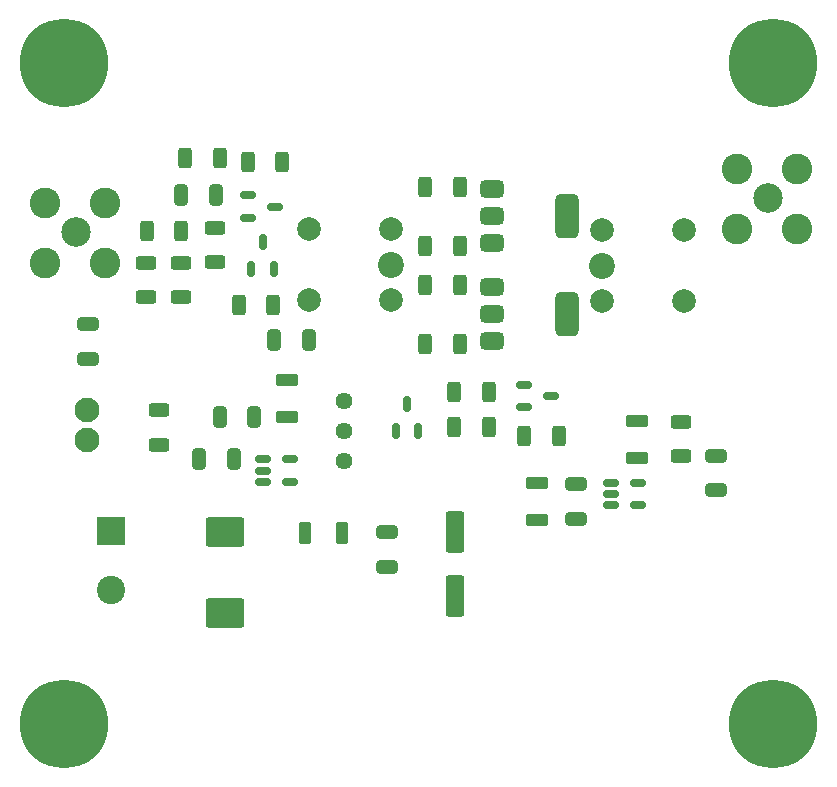
<source format=gbr>
G04 #@! TF.GenerationSoftware,KiCad,Pcbnew,8.0.8*
G04 #@! TF.CreationDate,2025-01-19T17:42:09-05:00*
G04 #@! TF.ProjectId,t41_2_low_power_amplifier,7434315f-325f-46c6-9f77-5f706f776572,rev?*
G04 #@! TF.SameCoordinates,Original*
G04 #@! TF.FileFunction,Soldermask,Top*
G04 #@! TF.FilePolarity,Negative*
%FSLAX46Y46*%
G04 Gerber Fmt 4.6, Leading zero omitted, Abs format (unit mm)*
G04 Created by KiCad (PCBNEW 8.0.8) date 2025-01-19 17:42:09*
%MOMM*%
%LPD*%
G01*
G04 APERTURE LIST*
G04 Aperture macros list*
%AMRoundRect*
0 Rectangle with rounded corners*
0 $1 Rounding radius*
0 $2 $3 $4 $5 $6 $7 $8 $9 X,Y pos of 4 corners*
0 Add a 4 corners polygon primitive as box body*
4,1,4,$2,$3,$4,$5,$6,$7,$8,$9,$2,$3,0*
0 Add four circle primitives for the rounded corners*
1,1,$1+$1,$2,$3*
1,1,$1+$1,$4,$5*
1,1,$1+$1,$6,$7*
1,1,$1+$1,$8,$9*
0 Add four rect primitives between the rounded corners*
20,1,$1+$1,$2,$3,$4,$5,0*
20,1,$1+$1,$4,$5,$6,$7,0*
20,1,$1+$1,$6,$7,$8,$9,0*
20,1,$1+$1,$8,$9,$2,$3,0*%
G04 Aperture macros list end*
%ADD10C,2.000000*%
%ADD11C,2.200000*%
%ADD12RoundRect,0.250000X-0.275000X-0.700000X0.275000X-0.700000X0.275000X0.700000X-0.275000X0.700000X0*%
%ADD13RoundRect,0.250000X0.325000X0.650000X-0.325000X0.650000X-0.325000X-0.650000X0.325000X-0.650000X0*%
%ADD14RoundRect,0.250000X-0.550000X1.500000X-0.550000X-1.500000X0.550000X-1.500000X0.550000X1.500000X0*%
%ADD15RoundRect,0.250000X0.700000X-0.275000X0.700000X0.275000X-0.700000X0.275000X-0.700000X-0.275000X0*%
%ADD16RoundRect,0.250000X-0.625000X0.312500X-0.625000X-0.312500X0.625000X-0.312500X0.625000X0.312500X0*%
%ADD17RoundRect,0.250000X-0.312500X-0.625000X0.312500X-0.625000X0.312500X0.625000X-0.312500X0.625000X0*%
%ADD18RoundRect,0.250000X-1.400000X-1.000000X1.400000X-1.000000X1.400000X1.000000X-1.400000X1.000000X0*%
%ADD19RoundRect,0.250000X0.625000X-0.312500X0.625000X0.312500X-0.625000X0.312500X-0.625000X-0.312500X0*%
%ADD20C,7.500000*%
%ADD21RoundRect,0.150000X-0.512500X-0.150000X0.512500X-0.150000X0.512500X0.150000X-0.512500X0.150000X0*%
%ADD22RoundRect,0.250000X0.312500X0.625000X-0.312500X0.625000X-0.312500X-0.625000X0.312500X-0.625000X0*%
%ADD23C,1.440000*%
%ADD24RoundRect,0.150000X0.150000X-0.512500X0.150000X0.512500X-0.150000X0.512500X-0.150000X-0.512500X0*%
%ADD25RoundRect,0.250000X-0.650000X0.325000X-0.650000X-0.325000X0.650000X-0.325000X0.650000X0.325000X0*%
%ADD26C,2.600000*%
%ADD27C,2.500000*%
%ADD28RoundRect,0.375000X-0.625000X-0.375000X0.625000X-0.375000X0.625000X0.375000X-0.625000X0.375000X0*%
%ADD29RoundRect,0.500000X-0.500000X-1.400000X0.500000X-1.400000X0.500000X1.400000X-0.500000X1.400000X0*%
%ADD30R,2.400000X2.400000*%
%ADD31C,2.400000*%
%ADD32C,2.100000*%
G04 APERTURE END LIST*
D10*
X157500000Y-75200000D03*
X157500000Y-69200000D03*
X150500000Y-69200000D03*
D11*
X150500000Y-72200000D03*
D10*
X150500000Y-75200000D03*
X125700000Y-69100000D03*
X125700000Y-75100000D03*
X132700000Y-75100000D03*
D11*
X132700000Y-72100000D03*
D10*
X132700000Y-69100000D03*
D12*
X125350000Y-94800000D03*
X128500000Y-94800000D03*
D13*
X119400000Y-88600000D03*
X116450000Y-88600000D03*
D14*
X138100000Y-94786252D03*
X138100000Y-100186252D03*
D13*
X121100000Y-85000000D03*
X118150000Y-85000000D03*
D15*
X153500000Y-88500000D03*
X153500000Y-85350000D03*
D16*
X113000000Y-84425000D03*
X113000000Y-87350000D03*
D17*
X119787500Y-75550000D03*
X122712500Y-75550000D03*
D18*
X118640000Y-94786252D03*
X118640000Y-101586252D03*
D15*
X145000000Y-93750000D03*
X145000000Y-90600000D03*
D17*
X135575000Y-65500000D03*
X138500000Y-65500000D03*
D16*
X157200000Y-85400000D03*
X157200000Y-88325000D03*
D17*
X138025000Y-82900000D03*
X140950000Y-82900000D03*
D19*
X117800000Y-71925000D03*
X117800000Y-69000000D03*
D17*
X135562500Y-73800000D03*
X138487500Y-73800000D03*
D13*
X125700000Y-78450000D03*
X122750000Y-78450000D03*
D15*
X123900000Y-85050000D03*
X123900000Y-81900000D03*
D20*
X165000000Y-55000000D03*
D21*
X120575000Y-66250000D03*
X120575000Y-68150000D03*
X122850000Y-67200000D03*
D22*
X140962500Y-85850000D03*
X138037500Y-85850000D03*
D13*
X117875000Y-66250000D03*
X114925000Y-66250000D03*
D17*
X115250000Y-63050000D03*
X118175000Y-63050000D03*
D23*
X128700000Y-83650000D03*
X128700000Y-86190000D03*
X128700000Y-88730000D03*
D19*
X114900000Y-74875000D03*
X114900000Y-71950000D03*
D24*
X133050000Y-86175000D03*
X134950000Y-86175000D03*
X134000000Y-83900000D03*
D25*
X107000000Y-77150000D03*
X107000000Y-80100000D03*
D20*
X105000000Y-55000000D03*
X165000000Y-111000000D03*
D25*
X160200000Y-88275000D03*
X160200000Y-91225000D03*
D26*
X161920000Y-64000000D03*
X161920000Y-69080000D03*
X167000000Y-64000000D03*
X167000000Y-69080000D03*
D27*
X164560000Y-66465000D03*
D17*
X135575000Y-78800000D03*
X138500000Y-78800000D03*
D28*
X141237500Y-74000000D03*
X141237500Y-76300000D03*
X141237500Y-78600000D03*
D29*
X147537500Y-76300000D03*
D21*
X143925000Y-82300000D03*
X143925000Y-84200000D03*
X146200000Y-83250000D03*
D30*
X109000000Y-94700000D03*
D31*
X109000000Y-99700000D03*
D26*
X103370000Y-66870000D03*
X103370000Y-71950000D03*
X108450000Y-66870000D03*
X108450000Y-71950000D03*
D27*
X106010000Y-69335000D03*
D17*
X120525000Y-63450000D03*
X123450000Y-63450000D03*
D32*
X106950000Y-84450000D03*
X106950000Y-86950000D03*
D22*
X146850000Y-86650000D03*
X143925000Y-86650000D03*
D21*
X121825000Y-88600000D03*
X121825000Y-89550000D03*
X121825000Y-90500000D03*
X124100000Y-90500000D03*
X124100000Y-88600000D03*
D28*
X141250000Y-65700000D03*
X141250000Y-68000000D03*
X141250000Y-70300000D03*
D29*
X147550000Y-68000000D03*
D19*
X111950000Y-74862500D03*
X111950000Y-71937500D03*
D20*
X105000000Y-111000000D03*
D25*
X132300000Y-94775000D03*
X132300000Y-97725000D03*
D17*
X111975000Y-69300000D03*
X114900000Y-69300000D03*
D25*
X148290000Y-90686252D03*
X148290000Y-93636252D03*
D21*
X151325000Y-90600000D03*
X151325000Y-91550000D03*
X151325000Y-92500000D03*
X153600000Y-92500000D03*
X153600000Y-90600000D03*
D17*
X135575000Y-70500000D03*
X138500000Y-70500000D03*
D24*
X120850000Y-72475000D03*
X122750000Y-72475000D03*
X121800000Y-70200000D03*
M02*

</source>
